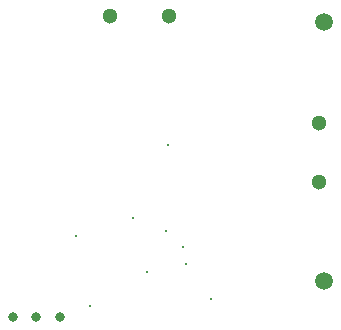
<source format=gbr>
%TF.GenerationSoftware,KiCad,Pcbnew,9.0.7*%
%TF.CreationDate,2026-02-04T19:16:54+05:00*%
%TF.ProjectId,HLT8012-Interface-board,484c5438-3031-4322-9d49-6e7465726661,rev?*%
%TF.SameCoordinates,Original*%
%TF.FileFunction,Plated,1,2,PTH,Drill*%
%TF.FilePolarity,Positive*%
%FSLAX46Y46*%
G04 Gerber Fmt 4.6, Leading zero omitted, Abs format (unit mm)*
G04 Created by KiCad (PCBNEW 9.0.7) date 2026-02-04 19:16:54*
%MOMM*%
%LPD*%
G01*
G04 APERTURE LIST*
%TA.AperFunction,ViaDrill*%
%ADD10C,0.300000*%
%TD*%
%TA.AperFunction,ComponentDrill*%
%ADD11C,0.800000*%
%TD*%
%TA.AperFunction,ComponentDrill*%
%ADD12C,1.300000*%
%TD*%
%TA.AperFunction,ComponentDrill*%
%ADD13C,1.500000*%
%TD*%
G04 APERTURE END LIST*
D10*
X117775000Y-128175000D03*
X118950000Y-134150000D03*
X122650000Y-126675000D03*
X123794485Y-131255515D03*
X125425000Y-127750000D03*
X125550000Y-120475000D03*
X126825000Y-129125000D03*
X127150000Y-130550000D03*
X129225000Y-133550000D03*
D11*
%TO.C,J5*%
X112450000Y-135075000D03*
X114450000Y-135075000D03*
X116450000Y-135075000D03*
D12*
%TO.C,J4*%
X120650000Y-109525000D03*
X125650000Y-109525000D03*
%TO.C,J3*%
X138392500Y-118600000D03*
X138392500Y-123600000D03*
D13*
%TO.C,J2*%
X138775000Y-131950000D03*
%TO.C,J1*%
X138800000Y-110050000D03*
M02*

</source>
